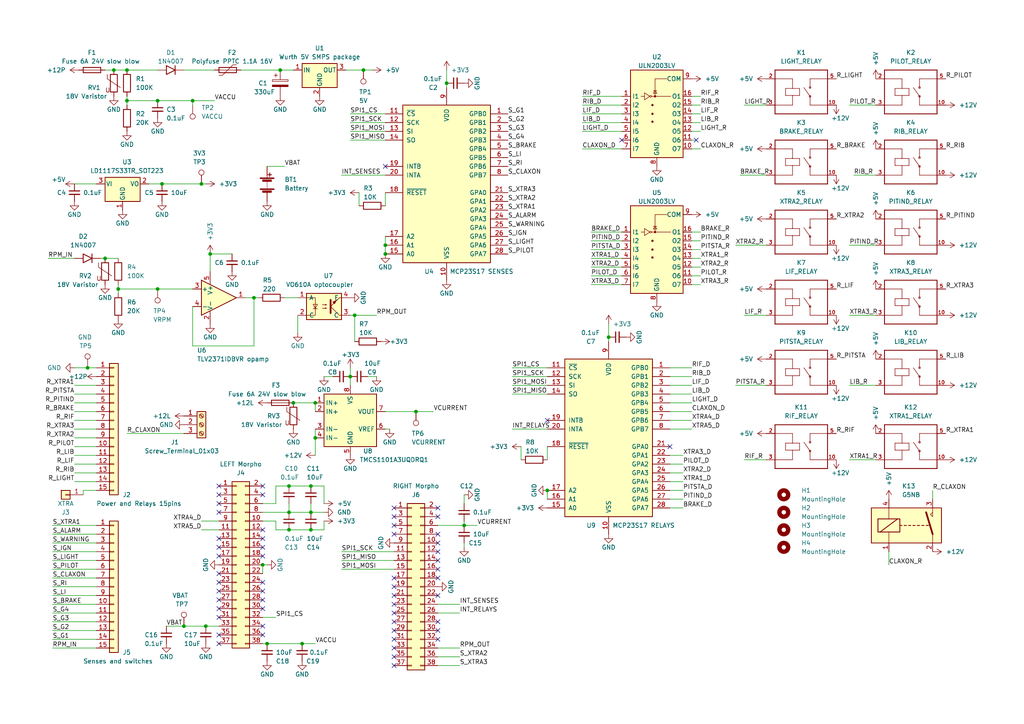
<source format=kicad_sch>
(kicad_sch (version 20211123) (generator eeschema)
  (paper "A4")
  (title_block (title "EasyRelay for EasyRider REV C") (date "2021-11-15") (rev "REV A") (company "Bas Brugman visionnaire.nl"))
  (junction (at 90.17 140.97))
  (junction (at 25.4 106.68))
  (junction (at 134.62 152.4))
  (junction (at 36.83 29.21))
  (junction (at 91.44 116.84))
  (junction (at 90.17 148.59))
  (junction (at 60.96 73.66))
  (junction (at 102.87 91.44))
  (junction (at 77.47 186.69))
  (junction (at 111.76 73.66))
  (junction (at 59.69 181.61))
  (junction (at 34.29 83.82))
  (junction (at 36.83 20.32))
  (junction (at 120.65 119.38))
  (junction (at 101.6 109.22))
  (junction (at 45.72 29.21))
  (junction (at 53.34 181.61))
  (junction (at 33.02 20.32))
  (junction (at 105.41 20.32))
  (junction (at 83.82 140.97))
  (junction (at 46.99 53.34))
  (junction (at 91.44 127))
  (junction (at 83.82 148.59))
  (junction (at 90.17 153.67))
  (junction (at 81.28 20.32))
  (junction (at 111.76 71.12))
  (junction (at 73.66 86.36))
  (junction (at 30.48 74.93))
  (junction (at 58.42 53.34))
  (junction (at 176.53 97.79))
  (junction (at 55.88 29.21))
  (junction (at 87.63 186.69))
  (junction (at 129.54 24.13))
  (junction (at 158.75 142.24))
  (junction (at 76.2 163.83))
  (junction (at 83.82 153.67))
  (junction (at 45.72 83.82))
  (junction (at 85.09 116.84))
  (no_connect (at 114.3 193.04))
  (no_connect (at 114.3 170.18))
  (no_connect (at 63.5 161.29))
  (no_connect (at 114.3 175.26))
  (no_connect (at 114.3 172.72))
  (no_connect (at 114.3 167.64))
  (no_connect (at 158.75 121.92))
  (no_connect (at 63.5 186.69))
  (no_connect (at 127 182.88))
  (no_connect (at 114.3 182.88))
  (no_connect (at 114.3 177.8))
  (no_connect (at 63.5 146.05))
  (no_connect (at 76.2 158.75))
  (no_connect (at 63.5 156.21))
  (no_connect (at 201.93 40.64))
  (no_connect (at 76.2 173.99))
  (no_connect (at 127 180.34))
  (no_connect (at 63.5 148.59))
  (no_connect (at 180.34 40.64))
  (no_connect (at 63.5 166.37))
  (no_connect (at 114.3 154.94))
  (no_connect (at 76.2 161.29))
  (no_connect (at 114.3 147.32))
  (no_connect (at 76.2 156.21))
  (no_connect (at 76.2 176.53))
  (no_connect (at 127 157.48))
  (no_connect (at 114.3 152.4))
  (no_connect (at 76.2 168.91))
  (no_connect (at 63.5 179.07))
  (no_connect (at 127 165.1))
  (no_connect (at 127 149.86))
  (no_connect (at 63.5 173.99))
  (no_connect (at 76.2 140.97))
  (no_connect (at 63.5 143.51))
  (no_connect (at 63.5 176.53))
  (no_connect (at 76.2 153.67))
  (no_connect (at 63.5 158.75))
  (no_connect (at 76.2 171.45))
  (no_connect (at 114.3 180.34))
  (no_connect (at 114.3 190.5))
  (no_connect (at 127 160.02))
  (no_connect (at 194.31 129.54))
  (no_connect (at 114.3 187.96))
  (no_connect (at 127 167.64))
  (no_connect (at 114.3 185.42))
  (no_connect (at 63.5 184.15))
  (no_connect (at 127 172.72))
  (no_connect (at 111.76 48.26))
  (no_connect (at 63.5 168.91))
  (no_connect (at 127 147.32))
  (no_connect (at 127 162.56))
  (no_connect (at 76.2 181.61))
  (no_connect (at 76.2 184.15))
  (no_connect (at 63.5 171.45))
  (no_connect (at 63.5 140.97))
  (no_connect (at 76.2 143.51))
  (no_connect (at 127 154.94))
  (no_connect (at 114.3 149.86))
  (no_connect (at 127 185.42))
  (wire (pts (xy 91.44 116.84) (xy 91.44 119.38)))
  (wire (pts (xy 203.2 30.48) (xy 200.66 30.48)))
  (wire (pts (xy 21.59 139.7) (xy 27.94 139.7)))
  (wire (pts (xy 214.63 50.8) (xy 222.25 50.8)))
  (wire (pts (xy 171.45 72.39) (xy 180.34 72.39)))
  (wire (pts (xy 215.9 91.44) (xy 222.25 91.44)))
  (wire (pts (xy 200.66 121.92) (xy 194.31 121.92)))
  (wire (pts (xy 99.06 50.8) (xy 111.76 50.8)))
  (wire (pts (xy 69.85 20.32) (xy 81.28 20.32)))
  (wire (pts (xy 59.69 181.61) (xy 63.5 181.61)))
  (wire (pts (xy 15.24 152.4) (xy 27.94 152.4)))
  (wire (pts (xy 168.91 33.02) (xy 180.34 33.02)))
  (wire (pts (xy 247.65 50.8) (xy 254 50.8)))
  (wire (pts (xy 198.12 137.16) (xy 194.31 137.16)))
  (wire (pts (xy 58.42 151.13) (xy 63.5 151.13)))
  (wire (pts (xy 198.12 147.32) (xy 194.31 147.32)))
  (wire (pts (xy 24.13 143.51) (xy 24.13 142.24)))
  (wire (pts (xy 24.13 142.24) (xy 27.94 142.24)))
  (wire (pts (xy 76.2 146.05) (xy 80.01 146.05)))
  (wire (pts (xy 203.2 77.47) (xy 200.66 77.47)))
  (wire (pts (xy 76.2 163.83) (xy 76.2 166.37)))
  (wire (pts (xy 29.21 74.93) (xy 30.48 74.93)))
  (wire (pts (xy 30.48 74.93) (xy 34.29 74.93)))
  (wire (pts (xy 87.63 186.69) (xy 91.44 186.69)))
  (wire (pts (xy 77.47 186.69) (xy 87.63 186.69)))
  (wire (pts (xy 203.2 72.39) (xy 200.66 72.39)))
  (wire (pts (xy 203.2 69.85) (xy 200.66 69.85)))
  (wire (pts (xy 60.96 73.66) (xy 60.96 78.74)))
  (wire (pts (xy 46.99 53.34) (xy 58.42 53.34)))
  (wire (pts (xy 58.42 53.34) (xy 59.69 53.34)))
  (wire (pts (xy 91.44 132.08) (xy 91.44 127)))
  (wire (pts (xy 168.91 38.1) (xy 180.34 38.1)))
  (wire (pts (xy 213.36 111.76) (xy 222.25 111.76)))
  (wire (pts (xy 176.53 97.79) (xy 176.53 99.06)))
  (wire (pts (xy 176.53 93.98) (xy 176.53 97.79)))
  (wire (pts (xy 33.02 20.32) (xy 36.83 20.32)))
  (wire (pts (xy 77.47 48.26) (xy 82.55 48.26)))
  (wire (pts (xy 73.66 86.36) (xy 73.66 100.33)))
  (wire (pts (xy 73.66 100.33) (xy 55.88 100.33)))
  (wire (pts (xy 55.88 100.33) (xy 55.88 88.9)))
  (wire (pts (xy 15.24 157.48) (xy 27.94 157.48)))
  (wire (pts (xy 34.29 82.55) (xy 34.29 83.82)))
  (wire (pts (xy 34.29 83.82) (xy 34.29 85.09)))
  (wire (pts (xy 200.66 124.46) (xy 194.31 124.46)))
  (wire (pts (xy 106.68 109.22) (xy 109.22 109.22)))
  (wire (pts (xy 36.83 20.32) (xy 45.72 20.32)))
  (wire (pts (xy 99.06 162.56) (xy 114.3 162.56)))
  (wire (pts (xy 15.24 185.42) (xy 27.94 185.42)))
  (wire (pts (xy 102.87 91.44) (xy 102.87 99.06)))
  (wire (pts (xy 200.66 114.3) (xy 194.31 114.3)))
  (wire (pts (xy 133.35 175.26) (xy 127 175.26)))
  (wire (pts (xy 21.59 124.46) (xy 27.94 124.46)))
  (wire (pts (xy 15.24 177.8) (xy 27.94 177.8)))
  (wire (pts (xy 203.2 67.31) (xy 200.66 67.31)))
  (wire (pts (xy 113.03 124.46) (xy 111.76 124.46)))
  (wire (pts (xy 148.59 114.3) (xy 158.75 114.3)))
  (wire (pts (xy 198.12 139.7) (xy 194.31 139.7)))
  (wire (pts (xy 203.2 82.55) (xy 200.66 82.55)))
  (wire (pts (xy 203.2 33.02) (xy 200.66 33.02)))
  (wire (pts (xy 81.28 20.32) (xy 85.09 20.32)))
  (wire (pts (xy 213.36 71.12) (xy 222.25 71.12)))
  (wire (pts (xy 55.88 29.21) (xy 62.23 29.21)))
  (wire (pts (xy 127 187.96) (xy 133.35 187.96)))
  (wire (pts (xy 151.13 133.35) (xy 151.13 129.54)))
  (wire (pts (xy 171.45 82.55) (xy 180.34 82.55)))
  (wire (pts (xy 77.47 163.83) (xy 76.2 163.83)))
  (wire (pts (xy 15.24 175.26) (xy 27.94 175.26)))
  (wire (pts (xy 99.06 165.1) (xy 114.3 165.1)))
  (wire (pts (xy 15.24 182.88) (xy 27.94 182.88)))
  (wire (pts (xy 200.66 111.76) (xy 194.31 111.76)))
  (wire (pts (xy 148.59 106.68) (xy 158.75 106.68)))
  (wire (pts (xy 93.98 153.67) (xy 93.98 151.13)))
  (wire (pts (xy 90.17 153.67) (xy 93.98 153.67)))
  (wire (pts (xy 21.59 116.84) (xy 27.94 116.84)))
  (wire (pts (xy 133.35 190.5) (xy 127 190.5)))
  (wire (pts (xy 15.24 160.02) (xy 27.94 160.02)))
  (wire (pts (xy 203.2 43.18) (xy 200.66 43.18)))
  (wire (pts (xy 203.2 27.94) (xy 200.66 27.94)))
  (wire (pts (xy 246.38 71.12) (xy 254 71.12)))
  (wire (pts (xy 200.66 116.84) (xy 194.31 116.84)))
  (wire (pts (xy 101.6 38.1) (xy 111.76 38.1)))
  (wire (pts (xy 21.59 53.34) (xy 27.94 53.34)))
  (wire (pts (xy 36.83 29.21) (xy 45.72 29.21)))
  (wire (pts (xy 21.59 111.76) (xy 27.94 111.76)))
  (wire (pts (xy 34.29 83.82) (xy 45.72 83.82)))
  (wire (pts (xy 45.72 83.82) (xy 55.88 83.82)))
  (wire (pts (xy 111.76 59.69) (xy 111.76 55.88)))
  (wire (pts (xy 80.01 153.67) (xy 83.82 153.67)))
  (wire (pts (xy 76.2 151.13) (xy 80.01 151.13)))
  (wire (pts (xy 80.01 151.13) (xy 80.01 153.67)))
  (wire (pts (xy 93.98 109.22) (xy 96.52 109.22)))
  (wire (pts (xy 90.17 146.05) (xy 90.17 148.59)))
  (wire (pts (xy 171.45 67.31) (xy 180.34 67.31)))
  (wire (pts (xy 168.91 35.56) (xy 180.34 35.56)))
  (wire (pts (xy 246.38 111.76) (xy 254 111.76)))
  (wire (pts (xy 76.2 186.69) (xy 77.47 186.69)))
  (wire (pts (xy 101.6 40.64) (xy 111.76 40.64)))
  (wire (pts (xy 91.44 124.46) (xy 91.44 127)))
  (wire (pts (xy 201.93 40.64) (xy 200.66 40.64)))
  (wire (pts (xy 148.59 111.76) (xy 158.75 111.76)))
  (wire (pts (xy 200.66 106.68) (xy 194.31 106.68)))
  (wire (pts (xy 21.59 121.92) (xy 27.94 121.92)))
  (wire (pts (xy 83.82 148.59) (xy 76.2 148.59)))
  (wire (pts (xy 93.98 148.59) (xy 90.17 148.59)))
  (wire (pts (xy 90.17 148.59) (xy 83.82 148.59)))
  (wire (pts (xy 168.91 30.48) (xy 180.34 30.48)))
  (wire (pts (xy 101.6 35.56) (xy 111.76 35.56)))
  (wire (pts (xy 171.45 69.85) (xy 180.34 69.85)))
  (wire (pts (xy 83.82 153.67) (xy 90.17 153.67)))
  (wire (pts (xy 133.35 193.04) (xy 127 193.04)))
  (wire (pts (xy 71.12 86.36) (xy 73.66 86.36)))
  (wire (pts (xy 73.66 86.36) (xy 74.93 86.36)))
  (wire (pts (xy 15.24 167.64) (xy 27.94 167.64)))
  (wire (pts (xy 158.75 133.35) (xy 158.75 129.54)))
  (wire (pts (xy 15.24 154.94) (xy 27.94 154.94)))
  (wire (pts (xy 45.72 29.21) (xy 55.88 29.21)))
  (wire (pts (xy 111.76 71.12) (xy 111.76 73.66)))
  (wire (pts (xy 99.06 160.02) (xy 114.3 160.02)))
  (wire (pts (xy 15.24 162.56) (xy 27.94 162.56)))
  (wire (pts (xy 21.59 132.08) (xy 27.94 132.08)))
  (wire (pts (xy 148.59 124.46) (xy 158.75 124.46)))
  (wire (pts (xy 104.14 59.69) (xy 104.14 55.88)))
  (wire (pts (xy 86.36 91.44) (xy 86.36 96.52)))
  (wire (pts (xy 80.01 146.05) (xy 80.01 140.97)))
  (wire (pts (xy 83.82 140.97) (xy 90.17 140.97)))
  (wire (pts (xy 80.01 140.97) (xy 83.82 140.97)))
  (wire (pts (xy 93.98 140.97) (xy 93.98 146.05)))
  (wire (pts (xy 203.2 38.1) (xy 200.66 38.1)))
  (wire (pts (xy 246.38 91.44) (xy 254 91.44)))
  (wire (pts (xy 203.2 74.93) (xy 200.66 74.93)))
  (wire (pts (xy 168.91 43.18) (xy 180.34 43.18)))
  (wire (pts (xy 80.01 179.07) (xy 76.2 179.07)))
  (wire (pts (xy 203.2 35.56) (xy 200.66 35.56)))
  (wire (pts (xy 171.45 80.01) (xy 180.34 80.01)))
  (wire (pts (xy 15.24 172.72) (xy 27.94 172.72)))
  (wire (pts (xy 36.83 125.73) (xy 53.34 125.73)))
  (wire (pts (xy 21.59 129.54) (xy 27.94 129.54)))
  (wire (pts (xy 67.31 73.66) (xy 60.96 73.66)))
  (wire (pts (xy 58.42 153.67) (xy 63.5 153.67)))
  (wire (pts (xy 55.88 30.48) (xy 55.88 29.21)))
  (wire (pts (xy 127 152.4) (xy 134.62 152.4)))
  (wire (pts (xy 134.62 152.4) (xy 138.43 152.4)))
  (wire (pts (xy 246.38 30.48) (xy 254 30.48)))
  (wire (pts (xy 83.82 146.05) (xy 83.82 148.59)))
  (wire (pts (xy 200.66 109.22) (xy 194.31 109.22)))
  (wire (pts (xy 111.76 68.58) (xy 111.76 71.12)))
  (wire (pts (xy 85.09 116.84) (xy 91.44 116.84)))
  (wire (pts (xy 158.75 142.24) (xy 158.75 144.78)))
  (wire (pts (xy 134.62 157.48) (xy 134.62 158.75)))
  (wire (pts (xy 134.62 151.13) (xy 134.62 152.4)))
  (wire (pts (xy 198.12 132.08) (xy 194.31 132.08)))
  (wire (pts (xy 198.12 134.62) (xy 194.31 134.62)))
  (wire (pts (xy 53.34 181.61) (xy 59.69 181.61)))
  (wire (pts (xy 48.26 181.61) (xy 53.34 181.61)))
  (wire (pts (xy 15.24 180.34) (xy 27.94 180.34)))
  (wire (pts (xy 33.02 20.32) (xy 30.48 20.32)))
  (wire (pts (xy 171.45 74.93) (xy 180.34 74.93)))
  (wire (pts (xy 21.59 134.62) (xy 27.94 134.62)))
  (wire (pts (xy 15.24 165.1) (xy 27.94 165.1)))
  (wire (pts (xy 101.6 91.44) (xy 102.87 91.44)))
  (wire (pts (xy 102.87 91.44) (xy 109.22 91.44)))
  (wire (pts (xy 246.38 133.35) (xy 254 133.35)))
  (wire (pts (xy 21.59 137.16) (xy 27.94 137.16)))
  (wire (pts (xy 21.59 114.3) (xy 27.94 114.3)))
  (wire (pts (xy 215.9 30.48) (xy 222.25 30.48)))
  (wire (pts (xy 82.55 86.36) (xy 86.36 86.36)))
  (wire (pts (xy 101.6 33.02) (xy 111.76 33.02)))
  (wire (pts (xy 125.73 119.38) (xy 120.65 119.38)))
  (wire (pts (xy 120.65 119.38) (xy 111.76 119.38)))
  (wire (pts (xy 21.59 119.38) (xy 27.94 119.38)))
  (wire (pts (xy 168.91 27.94) (xy 180.34 27.94)))
  (wire (pts (xy 257.81 163.83) (xy 257.81 160.02)))
  (wire (pts (xy 134.62 143.51) (xy 134.62 146.05)))
  (wire (pts (xy 15.24 170.18) (xy 27.94 170.18)))
  (wire (pts (xy 215.9 133.35) (xy 222.25 133.35)))
  (wire (pts (xy 198.12 142.24) (xy 194.31 142.24)))
  (wire (pts (xy 43.18 53.34) (xy 46.99 53.34)))
  (wire (pts (xy 105.41 20.32) (xy 100.33 20.32)))
  (wire (pts (xy 107.95 20.32) (xy 105.41 20.32)))
  (wire (pts (xy 200.66 119.38) (xy 194.31 119.38)))
  (wire (pts (xy 15.24 187.96) (xy 27.94 187.96)))
  (wire (pts (xy 36.83 29.21) (xy 36.83 30.48)))
  (wire (pts (xy 36.83 27.94) (xy 36.83 29.21)))
  (wire (pts (xy 21.59 106.68) (xy 25.4 106.68)))
  (wire (pts (xy 25.4 106.68) (xy 27.94 106.68)))
  (wire (pts (xy 13.97 74.93) (xy 21.59 74.93)))
  (wire (pts (xy 129.54 24.13) (xy 129.54 25.4)))
  (wire (pts (xy 129.54 20.32) (xy 129.54 24.13)))
  (wire (pts (xy 90.17 140.97) (xy 93.98 140.97)))
  (wire (pts (xy 101.6 109.22) (xy 101.6 111.76)))
  (wire (pts (xy 101.6 106.68) (xy 101.6 109.22)))
  (wire (pts (xy 133.35 177.8) (xy 127 177.8)))
  (wire (pts (xy 53.34 20.32) (xy 62.23 20.32)))
  (wire (pts (xy 171.45 77.47) (xy 180.34 77.47)))
  (wire (pts (xy 270.51 142.24) (xy 270.51 144.78)))
  (wire (pts (xy 148.59 109.22) (xy 158.75 109.22)))
  (wire (pts (xy 198.12 144.78) (xy 194.31 144.78)))
  (wire (pts (xy 203.2 80.01) (xy 200.66 80.01)))
  (wire (pts (xy 21.59 127) (xy 27.94 127)))
  (label "S_G4" (at 15.24 177.8 0))
  (label "S_XTRA2" (at 133.35 190.5 0))
  (label "R_BRAKE" (at 21.59 119.38 180))
  (label "CLAXON_D" (at 200.66 119.38 0))
  (label "SPI1_MISO" (at 101.6 40.64 0))
  (label "LIB_R" (at 203.2 35.56 0))
  (label "R_RIF" (at 21.59 121.92 180))
  (label "R_PILOT" (at 274.32 22.86 0))
  (label "LIF_D" (at 168.91 33.02 0))
  (label "PILOT_R" (at 203.2 80.01 0))
  (label "LIF_R" (at 203.2 33.02 0))
  (label "INT_SENSES" (at 99.06 50.8 0))
  (label "INT_SENSES" (at 133.35 175.26 0))
  (label "XTRA3_R" (at 246.38 91.44 0))
  (label "LIGHT_R" (at 215.9 30.48 0))
  (label "VACCU" (at 62.23 29.21 0))
  (label "SPI1_CS" (at 101.6 33.02 0))
  (label "S_XTRA2" (at 147.32 58.42 0))
  (label "S_XTRA3" (at 133.35 193.04 0))
  (label "R_CLAXON" (at 36.83 125.73 0))
  (label "R_LIB" (at 274.32 104.14 0))
  (label "PILOT_R" (at 246.38 30.48 0))
  (label "PILOT_D" (at 171.45 80.01 0))
  (label "SPI1_SCK" (at 148.59 109.22 0))
  (label "S_WARNING" (at 147.32 66.04 0))
  (label "RPM_OUT" (at 109.22 91.44 0))
  (label "S_G3" (at 15.24 180.34 0))
  (label "S_IGN" (at 15.24 160.02 0))
  (label "XTRA3_D" (at 171.45 82.55 0))
  (label "BRAKE_D" (at 198.12 147.32 0))
  (label "SPI1_CS" (at 148.59 106.68 0))
  (label "SPI1_SCK" (at 101.6 35.56 0))
  (label "RPM_IN" (at 13.97 74.93 0))
  (label "XTRA2_D" (at 198.12 137.16 0))
  (label "S_G2" (at 15.24 182.88 0))
  (label "XTRA1_D" (at 171.45 74.93 0))
  (label "XTRA4_D" (at 200.66 121.92 0))
  (label "RPM_OUT" (at 133.35 187.96 0))
  (label "S_LIGHT" (at 15.24 162.56 0))
  (label "LIGHT_D" (at 168.91 38.1 0))
  (label "SPI1_MISO" (at 148.59 114.3 0))
  (label "PITSTA_D" (at 171.45 72.39 0))
  (label "INT_RELAYS" (at 148.59 124.46 0))
  (label "BRAKE_D" (at 171.45 67.31 0))
  (label "XTRA3_D" (at 198.12 132.08 0))
  (label "PITSTA_R" (at 203.2 72.39 0))
  (label "R_XTRA2" (at 242.57 63.5 0))
  (label "S_CLAXON" (at 147.32 50.8 0))
  (label "LIGHT_D" (at 200.66 116.84 0))
  (label "PITIND_R" (at 246.38 71.12 0))
  (label "RIF_R" (at 203.2 27.94 0))
  (label "S_CLAXON" (at 15.24 167.64 0))
  (label "S_RI" (at 15.24 170.18 0))
  (label "SPI1_CS" (at 80.01 179.07 0))
  (label "S_ALARM" (at 15.24 154.94 0))
  (label "S_G3" (at 147.32 38.1 0))
  (label "RIB_D" (at 200.66 109.22 0))
  (label "R_RIB" (at 21.59 137.16 180))
  (label "SPI1_MISO" (at 99.06 162.56 0))
  (label "XTRA5_D" (at 200.66 124.46 0))
  (label "BRAKE_R" (at 203.2 67.31 0))
  (label "PITSTA_D" (at 198.12 142.24 0))
  (label "BRAKE_R" (at 214.63 50.8 0))
  (label "PITIND_D" (at 198.12 144.78 0))
  (label "R_RIF" (at 242.57 125.73 0))
  (label "CLAXON_R" (at 257.81 163.83 0))
  (label "R_PITIND" (at 21.59 116.84 180))
  (label "R_BRAKE" (at 242.57 43.18 0))
  (label "VCURRENT" (at 125.73 119.38 0))
  (label "INT_RELAYS" (at 133.35 177.8 0))
  (label "S_XTRA1" (at 15.24 152.4 0))
  (label "XTRA1_R" (at 246.38 133.35 0))
  (label "VCURRENT" (at 138.43 152.4 0))
  (label "R_XTRA3" (at 274.32 83.82 0))
  (label "XTRA3_R" (at 203.2 82.55 0))
  (label "VBAT" (at 82.55 48.26 0))
  (label "S_ALARM" (at 147.32 63.5 0))
  (label "R_PITSTA" (at 21.59 114.3 180))
  (label "XTRA2_R" (at 213.36 71.12 0))
  (label "S_XTRA3" (at 147.32 55.88 0))
  (label "R_XTRA2" (at 21.59 127 180))
  (label "SPI1_MOSI" (at 101.6 38.1 0))
  (label "RIF_R" (at 215.9 133.35 0))
  (label "R_LIF" (at 242.57 83.82 0))
  (label "R_PITIND" (at 274.32 63.5 0))
  (label "XTRA4_D" (at 58.42 151.13 180))
  (label "RIF_D" (at 168.91 27.94 0))
  (label "LIB_R" (at 246.38 111.76 0))
  (label "R_LIF" (at 21.59 134.62 180))
  (label "LIB_D" (at 168.91 35.56 0))
  (label "RIB_D" (at 168.91 30.48 0))
  (label "S_BRAKE" (at 15.24 175.26 0))
  (label "LIF_D" (at 200.66 111.76 0))
  (label "PITIND_R" (at 203.2 69.85 0))
  (label "LIB_D" (at 200.66 114.3 0))
  (label "LIGHT_R" (at 203.2 38.1 0))
  (label "SPI1_SCK" (at 99.06 160.02 0))
  (label "CLAXON_R" (at 203.2 43.18 0))
  (label "XTRA1_D" (at 198.12 139.7 0))
  (label "RPM_IN" (at 15.24 187.96 0))
  (label "S_LIGHT" (at 147.32 71.12 0))
  (label "S_LI" (at 147.32 45.72 0))
  (label "S_G1" (at 15.24 185.42 0))
  (label "S_XTRA1" (at 147.32 60.96 0))
  (label "R_XTRA1" (at 21.59 111.76 180))
  (label "XTRA2_R" (at 203.2 77.47 0))
  (label "VACCU" (at 91.44 186.69 0))
  (label "SPI1_MOSI" (at 99.06 165.1 0))
  (label "R_LIGHT" (at 21.59 139.7 180))
  (label "PILOT_D" (at 198.12 134.62 0))
  (label "R_PILOT" (at 21.59 129.54 180))
  (label "R_LIGHT" (at 242.57 22.86 0))
  (label "RIB_R" (at 203.2 30.48 0))
  (label "R_RIB" (at 274.32 43.18 0))
  (label "XTRA1_R" (at 203.2 74.93 0))
  (label "S_PILOT" (at 15.24 165.1 0))
  (label "RIB_R" (at 247.65 50.8 0))
  (label "S_G4" (at 147.32 40.64 0))
  (label "S_G2" (at 147.32 35.56 0))
  (label "R_XTRA1" (at 274.32 125.73 0))
  (label "R_CLAXON" (at 270.51 142.24 0))
  (label "S_LI" (at 15.24 172.72 0))
  (label "VBAT" (at 48.26 181.61 0))
  (label "S_PILOT" (at 147.32 73.66 0))
  (label "XTRA5_D" (at 58.42 153.67 180))
  (label "S_WARNING" (at 15.24 157.48 0))
  (label "LIF_R" (at 215.9 91.44 0))
  (label "RIF_D" (at 200.66 106.68 0))
  (label "S_RI" (at 147.32 48.26 0))
  (label "SPI1_MOSI" (at 148.59 111.76 0))
  (label "R_LIB" (at 21.59 132.08 180))
  (label "PITSTA_R" (at 213.36 111.76 0))
  (label "S_IGN" (at 147.32 68.58 0))
  (label "S_BRAKE" (at 147.32 43.18 0))
  (label "XTRA2_D" (at 171.45 77.47 0))
  (label "CLAXON_D" (at 168.91 43.18 0))
  (label "R_PITSTA" (at 242.57 104.14 0))
  (label "S_G1" (at 147.32 33.02 0))
  (label "PITIND_D" (at 171.45 69.85 0))
  (label "R_XTRA3" (at 21.59 124.46 180))
  (symbol (lib_id "stamina_symbols:R") (at 78.74 86.36 270) (unit 1)
    (property "Reference" "R5" (at 76.2 81.28 90) (effects (justify left)))
    (property "Value" "220" (at 76.2 83.82 90) (effects (justify left)))
    (property "Footprint" "stamina_footprints:R_0603_1608Metric_Pad0.98x0.95mm_HandSolder" (effects hide))
  )
  (symbol (lib_id "power:GND") (at 33.02 27.94 0) (unit 1)
    (property "Reference" "#PWR08" (effects hide))
    (property "Value" "GND" (at 33.02 31.75 0))
  )
  (symbol (lib_id "power:GND") (at 48.26 186.69 0) (unit 1)
    (property "Reference" "#PWR084" (effects hide))
    (property "Value" "GND" (at 48.26 190.5 0))
  )
  (symbol (lib_id "stamina_symbols:CRR05-1A") (at 264.16 66.04 0) (unit 1)
    (property "Reference" "K6" (at 264.16 55.88 0))
    (property "Value" "PITIND_RELAY" (at 264.16 58.42 0))
    (property "Footprint" "stamina_footprints:MEDER RELAY_CRR05-1A" (effects hide))
    (property "Datasheet" "https://nl.mouser.com/datasheet/2/262/9605180012e-1633645.pdf" (effects hide))
    (property "MANUFACTURER" "Meder Electronics" (effects hide))
    (property "STANDARD" "Manufacturer Recommendation" (effects hide))
  )
  (symbol (lib_id "power:GND") (at 85.09 124.46 0) (unit 1)
    (property "Reference" "#PWR061" (effects hide))
    (property "Value" "GND" (at 85.09 128.27 0))
  )
  (symbol (lib_id "power:+3V3") (at 129.54 20.32 0) (unit 1)
    (property "Reference" "#PWR03" (effects hide))
    (property "Value" "+3V3" (at 130.81 20.32 0) (effects (justify left)))
  )
  (symbol (lib_id "power:+5V") (at 93.98 146.05 270) (unit 1)
    (property "Reference" "#PWR073" (effects hide))
    (property "Value" "+5V" (at 97.79 146.05 90) (effects (justify left)))
  )
  (symbol (lib_id "stamina_symbols:TestPoint") (at 55.88 30.48 180) (unit 1)
    (property "Reference" "TP2" (at 58.42 31.2418 0) (effects (justify right)))
    (property "Value" "VACCU" (at 58.42 33.7818 0) (effects (justify right)))
    (property "Footprint" "stamina_footprints:PinHeader_1x01_P2.54mm_Vertical" (effects hide))
  )
  (symbol (lib_id "stamina_symbols:Conn_01x01") (at 19.05 143.51 180) (unit 1)
    (property "Reference" "J3" (at 19.05 148.59 0))
    (property "Value" "XTRA" (at 19.05 146.05 0))
    (property "Footprint" "stamina_footprints:PinHeader_1x01_P2.54mm_Vertical" (effects hide))
  )
  (symbol (lib_id "stamina_symbols:CRR05-1A") (at 264.16 45.72 0) (unit 1)
    (property "Reference" "K4" (at 264.16 35.56 0))
    (property "Value" "RIB_RELAY" (at 264.16 38.1 0))
    (property "Footprint" "stamina_footprints:MEDER RELAY_CRR05-1A" (effects hide))
    (property "Datasheet" "https://nl.mouser.com/datasheet/2/262/9605180012e-1633645.pdf" (effects hide))
    (property "MANUFACTURER" "Meder Electronics" (effects hide))
    (property "STANDARD" "Manufacturer Recommendation" (effects hide))
  )
  (symbol (lib_id "stamina_symbols:R") (at 36.83 24.13 0) (unit 1)
    (property "Reference" "R1" (at 39.37 22.86 0) (effects (justify left)))
    (property "Value" "100K" (at 39.37 25.4 0) (effects (justify left)))
    (property "Footprint" "stamina_footprints:R_0603_1608Metric_Pad0.98x0.95mm_HandSolder" (effects hide))
  )
  (symbol (lib_id "power:GND") (at 35.56 60.96 0) (unit 1)
    (property "Reference" "#PWR026" (effects hide))
    (property "Value" "GND" (at 35.56 64.77 0))
  )
  (symbol (lib_id "power:+3V3") (at 151.13 129.54 90) (unit 1)
    (property "Reference" "#PWR065" (effects hide))
    (property "Value" "+3V3" (at 147.32 129.54 90) (effects (justify left)))
  )
  (symbol (lib_id "stamina_symbols:Molex MiniLock 15pins") (at 33.02 124.46 0) (unit 1)
    (property "Reference" "J2" (at 35.56 143.51 0) (effects (justify left)))
    (property "Value" "Power and Relays 15pins" (at 27.94 146.05 0) (effects (justify left)))
    (property "Footprint" "stamina_footprints:MolexMiniLock_1Ampere_1x15_P2.50mm" (effects hide))
    (property "Datasheet" "https://www.molex.com/pdm_docs/sd/534261510_sd.pdf" (effects hide))
  )
  (symbol (lib_id "power:+12V") (at 242.57 50.8 180) (unit 1)
    (property "Reference" "#PWR018" (effects hide))
    (property "Value" "+12V" (at 246.38 54.61 0) (effects (justify left)))
  )
  (symbol (lib_id "power:GND") (at 127 170.18 90) (unit 1)
    (property "Reference" "#PWR083" (effects hide))
    (property "Value" "GND" (at 130.81 170.18 0))
  )
  (symbol (lib_id "power:GND") (at 181.61 97.79 90) (unit 1)
    (property "Reference" "#PWR047" (effects hide))
    (property "Value" "GND" (at 185.42 97.79 0))
  )
  (symbol (lib_id "stamina_symbols:R") (at 106.68 99.06 270) (unit 1)
    (property "Reference" "R7" (at 104.14 93.98 90) (effects (justify left)))
    (property "Value" "10K" (at 104.14 96.52 90) (effects (justify left)))
    (property "Footprint" "stamina_footprints:R_0603_1608Metric_Pad0.98x0.95mm_HandSolder" (effects hide))
  )
  (symbol (lib_id "stamina_symbols:CRR05-1A") (at 232.41 45.72 0) (unit 1)
    (property "Reference" "K3" (at 232.41 35.56 0))
    (property "Value" "BRAKE_RELAY" (at 232.41 38.1 0))
    (property "Footprint" "stamina_footprints:MEDER RELAY_CRR05-1A" (effects hide))
    (property "Datasheet" "https://nl.mouser.com/datasheet/2/262/9605180012e-1633645.pdf" (effects hide))
    (property "MANUFACTURER" "Meder Electronics" (effects hide))
    (property "STANDARD" "Manufacturer Recommendation" (effects hide))
  )
  (symbol (lib_id "power:+12V") (at 274.32 50.8 270) (unit 1)
    (property "Reference" "#PWR019" (effects hide))
    (property "Value" "+12V" (at 278.13 50.8 90) (effects (justify left)))
  )
  (symbol (lib_id "stamina_symbols:TestPoint") (at 45.72 83.82 180) (unit 1)
    (property "Reference" "TP4" (at 44.45 90.17 0) (effects (justify right)))
    (property "Value" "VRPM" (at 44.45 92.71 0) (effects (justify right)))
    (property "Footprint" "stamina_footprints:PinHeader_1x01_P2.54mm_Vertical" (effects hide))
  )
  (symbol (lib_id "power:GND") (at 93.98 109.22 0) (unit 1)
    (property "Reference" "#PWR054" (effects hide))
    (property "Value" "GND" (at 93.98 113.03 0))
  )
  (symbol (lib_id "power:GND") (at 45.72 34.29 0) (unit 1)
    (property "Reference" "#PWR013" (effects hide))
    (property "Value" "GND" (at 45.72 38.1 0))
  )
  (symbol (lib_id "power:+12P") (at 22.86 20.32 90) (unit 1)
    (property "Reference" "#PWR01" (effects hide))
    (property "Value" "+12P" (at 19.05 20.32 90) (effects (justify left)))
  )
  (symbol (lib_id "power:+3V3") (at 158.75 147.32 90) (unit 1)
    (property "Reference" "#PWR074" (effects hide))
    (property "Value" "+3V3" (at 154.94 147.32 90) (effects (justify left)))
  )
  (symbol (lib_id "power:+12V") (at 274.32 111.76 270) (unit 1)
    (property "Reference" "#PWR057" (effects hide))
    (property "Value" "+12V" (at 278.13 111.76 90) (effects (justify left)))
  )
  (symbol (lib_id "power:+3V3") (at 104.14 55.88 90) (unit 1)
    (property "Reference" "#PWR022" (effects hide))
    (property "Value" "+3V3" (at 100.33 55.88 90) (effects (justify left)))
  )
  (symbol (lib_id "power:+12V") (at 242.57 91.44 180) (unit 1)
    (property "Reference" "#PWR041" (effects hide))
    (property "Value" "+12V" (at 246.38 95.25 0) (effects (justify left)))
  )
  (symbol (lib_id "stamina_symbols:C_Small") (at 48.26 184.15 0) (unit 1)
    (property "Reference" "C16" (at 41.91 184.15 0) (effects (justify left)))
    (property "Value" "0.1uF" (at 41.91 186.69 0) (effects (justify left)))
    (property "Footprint" "stamina_footprints:C_0603_1608Metric_Pad1.08x0.95mm_HandSolder" (effects hide))
  )
  (symbol (lib_id "stamina_symbols:Varistor") (at 85.09 120.65 0) (unit 1)
    (property "Reference" "RV3" (at 77.47 120.65 0) (effects (justify left)))
    (property "Value" "18V Varistor" (at 69.85 123.19 0) (effects (justify left)))
    (property "Footprint" "stamina_footprints:R_0603_1608Metric_Pad0.98x0.95mm_HandSolder" (effects hide))
    (property "Datasheet" "https://product.tdk.com/system/files/dam/doc/product/protection/voltage/varistor_ctvs/data_sheet/75/db/ctvs_14/automotive_series.pdf" (effects hide))
  )
  (symbol (lib_id "power:+5V") (at 254 125.73 0) (unit 1)
    (property "Reference" "#PWR064" (effects hide))
    (property "Value" "+5V" (at 254 121.92 90) (effects (justify left)))
  )
  (symbol (lib_id "power:GND") (at 111.76 73.66 0) (unit 1)
    (property "Reference" "#PWR033" (effects hide))
    (property "Value" "GND" (at 111.76 77.47 0))
  )
  (symbol (lib_id "stamina_symbols:CRR05-1A") (at 232.41 128.27 0) (unit 1)
    (property "Reference" "K11" (at 232.41 118.11 0))
    (property "Value" "RIF_RELAY" (at 232.41 120.65 0))
    (property "Footprint" "stamina_footprints:MEDER RELAY_CRR05-1A" (effects hide))
    (property "Datasheet" "https://nl.mouser.com/datasheet/2/262/9605180012e-1633645.pdf" (effects hide))
    (property "MANUFACTURER" "Meder Electronics" (effects hide))
    (property "STANDARD" "Manufacturer Recommendation" (effects hide))
  )
  (symbol (lib_id "power:+12L") (at 77.47 116.84 90) (unit 1)
    (property "Reference" "#PWR058" (effects hide))
    (property "Value" "+12L" (at 73.66 116.84 90) (effects (justify left)))
  )
  (symbol (lib_id "stamina_symbols:R") (at 107.95 59.69 270) (unit 1)
    (property "Reference" "R3" (at 105.41 54.61 90) (effects (justify left)))
    (property "Value" "10K" (at 105.41 57.15 90) (effects (justify left)))
    (property "Footprint" "stamina_footprints:R_0603_1608Metric_Pad0.98x0.95mm_HandSolder" (effects hide))
  )
  (symbol (lib_id "stamina_symbols:TestPoint") (at 105.41 20.32 180) (unit 1)
    (property "Reference" "TP1" (at 104.14 26.67 0) (effects (justify right)))
    (property "Value" "5V" (at 104.14 29.21 0) (effects (justify right)))
    (property "Footprint" "stamina_footprints:PinHeader_1x01_P2.54mm_Vertical" (effects hide))
  )
  (symbol (lib_id "stamina_symbols:C_Small") (at 77.47 189.23 0) (unit 1)
    (property "Reference" "C18" (at 80.01 191.77 0) (effects (justify left)))
    (property "Value" "10uF" (at 80.01 189.23 0) (effects (justify left)))
    (property "Footprint" "stamina_footprints:C_0603_1608Metric_Pad1.08x0.95mm_HandSolder" (effects hide))
  )
  (symbol (lib_id "power:+12V") (at 270.51 160.02 270) (unit 1)
    (property "Reference" "#PWR080" (effects hide))
    (property "Value" "+12V" (at 274.32 160.02 90) (effects (justify left)))
  )
  (symbol (lib_id "power:GND") (at 101.6 86.36 90) (unit 1)
    (property "Reference" "#PWR039" (effects hide))
    (property "Value" "GND" (at 105.41 86.36 0))
  )
  (symbol (lib_id "power:+5V") (at 254 22.86 0) (unit 1)
    (property "Reference" "#PWR06" (effects hide))
    (property "Value" "+5V" (at 254 19.05 90) (effects (justify left)))
  )
  (symbol (lib_id "power:GND") (at 21.59 58.42 0) (unit 1)
    (property "Reference" "#PWR023" (effects hide))
    (property "Value" "GND" (at 21.59 62.23 0))
  )
  (symbol (lib_id "power:+3V3") (at 110.49 99.06 270) (unit 1)
    (property "Reference" "#PWR048" (effects hide))
    (property "Value" "+3V3" (at 113.03 99.06 90) (effects (justify left)))
  )
  (symbol (lib_id "stamina_symbols:C_Small") (at 67.31 76.2 0) (unit 1)
    (property "Reference" "C6" (at 62.23 76.2 0) (effects (justify left)))
    (property "Value" "0.1uF" (at 69.85 76.2 0) (effects (justify left)))
    (property "Footprint" "stamina_footprints:C_0603_1608Metric_Pad1.08x0.95mm_HandSolder" (effects hide))
  )
  (symbol (lib_id "stamina_symbols:Varistor") (at 33.02 24.13 0) (unit 1)
    (property "Reference" "RV1" (at 25.4 25.4 0) (effects (justify left)))
    (property "Value" "18V Varistor" (at 19.05 27.94 0) (effects (justify left)))
    (property "Footprint" "stamina_footprints:R_0603_1608Metric_Pad0.98x0.95mm_HandSolder" (effects hide))
    (property "Datasheet" "https://product.tdk.com/system/files/dam/doc/product/protection/voltage/varistor_ctvs/data_sheet/75/db/ctvs_14/automotive_series.pdf" (effects hide))
  )
  (symbol (lib_id "stamina_symbols:Morpho 2x19pin Connector") (at 119.38 170.18 0) (unit 1)
    (property "Reference" "J6" (at 120.65 143.51 0))
    (property "Value" "RIGHT Morpho" (at 120.65 140.97 0))
    (property "Footprint" "stamina_footprints:PinHeader_2x19_P2.54mm_Vertical" (effects hide))
  )
  (symbol (lib_id "stamina_symbols:MountingHole") (at 227.33 158.75 0) (unit 1)
    (property "Reference" "H4" (at 232.41 157.4799 0) (effects (justify left)))
    (property "Value" "MountingHole" (at 232.41 160.0199 0) (effects (justify left)))
    (property "Footprint" "stamina_footprints:MountingHole_3.2mm_M3" (effects hide))
  )
  (symbol (lib_id "power:GND") (at 113.03 124.46 0) (unit 1)
    (property "Reference" "#PWR062" (effects hide))
    (property "Value" "GND" (at 113.03 128.27 0))
  )
  (symbol (lib_id "power:+3V3") (at 59.69 53.34 270) (unit 1)
    (property "Reference" "#PWR021" (effects hide))
    (property "Value" "+3V3" (at 63.5 53.34 90) (effects (justify left)))
  )
  (symbol (lib_id "power:GND") (at 86.36 96.52 0) (unit 1)
    (property "Reference" "#PWR046" (effects hide))
    (property "Value" "GND" (at 86.36 100.33 0))
  )
  (symbol (lib_id "power:GND") (at 93.98 148.59 90) (unit 1)
    (property "Reference" "#PWR075" (effects hide))
    (property "Value" "GND" (at 97.79 148.59 90) (effects (justify right)))
  )
  (symbol (lib_id "stamina_symbols:R") (at 34.29 78.74 0) (unit 1)
    (property "Reference" "R4" (at 36.83 77.47 0) (effects (justify left)))
    (property "Value" "100K" (at 36.83 80.01 0) (effects (justify left)))
    (property "Footprint" "stamina_footprints:R_0603_1608Metric_Pad0.98x0.95mm_HandSolder" (effects hide))
  )
  (symbol (lib_id "power:GND") (at 63.5 163.83 270) (unit 1)
    (property "Reference" "#PWR081" (effects hide))
    (property "Value" "GND" (at 59.69 163.83 0))
  )
  (symbol (lib_id "power:+5V") (at 222.25 43.18 90) (unit 1)
    (property "Reference" "#PWR015" (effects hide))
    (property "Value" "+5V" (at 218.44 43.18 90) (effects (justify left)))
  )
  (symbol (lib_id "power:+3V3") (at 176.53 93.98 0) (unit 1)
    (property "Reference" "#PWR045" (effects hide))
    (property "Value" "+3V3" (at 177.8 93.98 0) (effects (justify left)))
  )
  (symbol (lib_id "power:GND") (at 129.54 81.28 0) (unit 1)
    (property "Reference" "#PWR035" (effects hide))
    (property "Value" "GND" (at 129.54 85.09 0))
  )
  (symbol (lib_id "power:+5V") (at 222.25 63.5 90) (unit 1)
    (property "Reference" "#PWR028" (effects hide))
    (property "Value" "+5V" (at 218.44 63.5 90) (effects (justify left)))
  )
  (symbol (lib_id "power:GND") (at 59.69 186.69 0) (unit 1)
    (property "Reference" "#PWR085" (effects hide))
    (property "Value" "GND" (at 59.69 190.5 0))
  )
  (symbol (lib_id "power:+3V3") (at 101.6 106.68 0) (unit 1)
    (property "Reference" "#PWR052" (effects hide))
    (property "Value" "+3V3" (at 99.06 102.87 0) (effects (justify left)))
  )
  (symbol (lib_id "stamina_symbols:R") (at 154.94 133.35 270) (unit 1)
    (property "Reference" "R8" (at 152.4 128.27 90) (effects (justify left)))
    (property "Value" "10K" (at 152.4 130.81 90) (effects (justify left)))
    (property "Footprint" "stamina_footprints:R_0603_1608Metric_Pad0.98x0.95mm_HandSolder" (effects hide))
  )
  (symbol (lib_id "stamina_symbols:TMCS1101A3UQDRQ1") (at 101.6 121.92 0) (unit 1)
    (property "Reference" "U8" (at 106.68 130.81 0))
    (property "Value" "TMCS1101A3UQDRQ1" (at 114.3 133.35 0))
    (property "Footprint" "stamina_footprints:SOIC-8_3.9x4.9mm_P1.27mm" (effects hide))
    (property "Datasheet" "https://www.ti.com/lit/ds/symlink/tmcs1100-q1.pdf" (effects hide))
  )
  (symbol (lib_id "stamina_symbols:TestPoint") (at 120.65 119.38 180) (unit 1)
    (property "Reference" "TP6" (at 119.38 125.73 0) (effects (justify right)))
    (property "Value" "VCURRENT" (at 119.38 128.27 0) (effects (justify right)))
    (property "Footprint" "stamina_footprints:PinHeader_1x01_P2.54mm_Vertical" (effects hide))
  )
  (symbol (lib_id "stamina_symbols:Fuse 6A 24V slow blow") (at 26.67 20.32 90) (unit 1)
    (property "Reference" "F1" (at 26.67 15.24 90))
    (property "Value" "Fuse 6A 24V slow blow" (at 29.21 17.78 90))
    (property "Footprint" "stamina_footprints:Fuse_1206_3216Metric" (effects hide))
    (property "Datasheet" "https://nl.mouser.com/datasheet/2/240/Littelfuse_Fuse_469_Datasheet.pdf-1372400.pdf" (effects hide))
  )
  (symbol (lib_id "power:+12V") (at 274.32 91.44 270) (unit 1)
    (property "Reference" "#PWR042" (effects hide))
    (property "Value" "+12V" (at 278.13 91.44 90) (effects (justify left)))
  )
  (symbol (lib_id "stamina_symbols:C_Small") (at 104.14 109.22 90) (unit 1)
    (property "Reference" "C9" (at 109.22 107.95 90) (effects (justify left)))
    (property "Value" "10uF" (at 110.49 105.41 90) (effects (justify left)))
    (property "Footprint" "stamina_footprints:C_0603_1608Metric_Pad1.08x0.95mm_HandSolder" (effects hide))
  )
  (symbol (lib_id "power:GND") (at 87.63 191.77 0) (unit 1)
    (property "Reference" "#PWR087" (effects hide))
    (property "Value" "GND" (at 87.63 195.58 0))
  )
  (symbol (lib_id "stamina_symbols:MountingHole") (at 227.33 143.51 0) (unit 1)
    (property "Reference" "H1" (at 232.41 142.2399 0) (effects (justify left)))
    (property "Value" "MountingHole" (at 232.41 144.7799 0) (effects (justify left)))
    (property "Footprint" "stamina_footprints:MountingHole_3.2mm_M3" (effects hide))
  )
  (symbol (lib_id "stamina_symbols:C_Small") (at 99.06 109.22 90) (unit 1)
    (property "Reference" "C8" (at 97.79 107.95 90) (effects (justify left)))
    (property "Value" "0.1uF" (at 99.06 105.41 90) (effects (justify left)))
    (property "Footprint" "stamina_footprints:C_0603_1608Metric_Pad1.08x0.95mm_HandSolder" (effects hide))
  )
  (symbol (lib_id "power:GND") (at 46.99 58.42 0) (unit 1)
    (property "Reference" "#PWR024" (effects hide))
    (property "Value" "GND" (at 46.99 62.23 0))
  )
  (symbol (lib_id "power:+12V") (at 242.57 30.48 180) (unit 1)
    (property "Reference" "#PWR011" (effects hide))
    (property "Value" "+12V" (at 246.38 34.29 0) (effects (justify left)))
  )
  (symbol (lib_id "power:GND") (at 134.62 158.75 0) (unit 1)
    (property "Reference" "#PWR079" (effects hide))
    (property "Value" "GND" (at 134.62 162.56 0))
  )
  (symbol (lib_id "stamina_symbols:TestPoint") (at 25.4 106.68 0) (unit 1)
    (property "Reference" "TP5" (at 26.67 100.33 0) (effects (justify right)))
    (property "Value" "GND" (at 26.67 97.79 0) (effects (justify right)))
    (property "Footprint" "stamina_footprints:PinHeader_1x01_P2.54mm_Vertical" (effects hide))
  )
  (symbol (lib_id "stamina_symbols:C_Small") (at 83.82 151.13 0) (unit 1)
    (property "Reference" "C13" (at 82.55 158.75 0) (effects (justify left)))
    (property "Value" "0.1uF" (at 82.55 156.21 0) (effects (justify left)))
    (property "Footprint" "stamina_footprints:C_0603_1608Metric_Pad1.08x0.95mm_HandSolder" (effects hide))
  )
  (symbol (lib_id "power:GND") (at 77.47 163.83 90) (unit 1)
    (property "Reference" "#PWR082" (effects hide))
    (property "Value" "GND" (at 81.28 163.83 0))
  )
  (symbol (lib_id "power:+12V") (at 242.57 111.76 180) (unit 1)
    (property "Reference" "#PWR056" (effects hide))
    (property "Value" "+12V" (at 246.38 115.57 0) (effects (justify left)))
  )
  (symbol (lib_id "power:GND") (at 60.96 93.98 0) (unit 1)
    (property "Reference" "#PWR044" (effects hide))
    (property "Value" "GND" (at 60.96 97.79 0))
  )
  (symbol (lib_id "stamina_symbols:TLV2371IDBVR opamp") (at 63.5 86.36 0) (unit 1)
    (property "Reference" "U6" (at 57.15 101.6 0) (effects (justify left)))
    (property "Value" "TLV2371IDBVR opamp" (at 57.15 104.14 0) (effects (justify left)))
    (property "Footprint" "stamina_footprints:SOT-23-5_HandSoldering" (effects hide))
    (property "Datasheet" "https://www.ti.com/lit/ds/symlink/tlv2371.pdf" (effects hide))
  )
  (symbol (lib_id "stamina_symbols:C_Small") (at 45.72 31.75 0) (unit 1)
    (property "Reference" "C3" (at 48.26 31.75 0) (effects (justify left)))
    (property "Value" "0.1uF" (at 48.26 34.29 0) (effects (justify left)))
    (property "Footprint" "stamina_footprints:C_0603_1608Metric_Pad1.08x0.95mm_HandSolder" (effects hide))
  )
  (symbol (lib_id "stamina_symbols:C_Small") (at 83.82 143.51 0) (unit 1)
    (property "Reference" "C10" (at 82.55 135.89 0) (effects (justify left)))
    (property "Value" "0.1uF" (at 81.28 138.43 0) (effects (justify left)))
    (property "Footprint" "stamina_footprints:C_0603_1608Metric_Pad1.08x0.95mm_HandSolder" (effects hide))
  )
  (symbol (lib_id "stamina_symbols:1N4007") (at 25.4 74.93 0) (unit 1)
    (property "Reference" "D2" (at 24.13 68.58 0))
    (property "Value" "1N4007" (at 24.13 71.12 0))
    (property "Footprint" "stamina_footprints:D_DO-15_P12.70mm_Horizontal" (effects hide))
    (property "Datasheet" "http://www.vishay.com/docs/88503/1n4001.pdf" (effects hide))
  )
  (symbol (lib_id "power:+5V") (at 254 83.82 0) (unit 1)
    (property "Reference" "#PWR038" (effects hide))
    (property "Value" "+5V" (at 254 80.01 90) (effects (justify left)))
  )
  (symbol (lib_id "power:+5V") (at 222.25 104.14 90) (unit 1)
    (property "Reference" "#PWR049" (effects hide))
    (property "Value" "+5V" (at 218.44 104.14 90) (effects (justify left)))
  )
  (symbol (lib_id "power:+12V") (at 91.44 132.08 90) (unit 1)
    (property "Reference" "#PWR066" (effects hide))
    (property "Value" "+12V" (at 87.63 132.08 90) (effects (justify left)))
  )
  (symbol (lib_id "power:GND") (at 176.53 154.94 0) (unit 1)
    (property "Reference" "#PWR077" (effects hide))
    (property "Value" "GND" (at 176.53 158.75 0))
  )
  (symbol (lib_id "power:GND") (at 134.62 143.51 90) (unit 1)
    (property "Reference" "#PWR071" (effects hide))
    (property "Value" "GND" (at 138.43 143.51 0))
  )
  (symbol (lib_id "stamina_symbols:Wurth 5V SMPS package") (at 92.71 20.32 0) (unit 1)
    (property "Reference" "U1" (at 92.71 13.97 0))
    (property "Value" "Wurth 5V SMPS package" (at 92.71 16.51 0))
    (property "Footprint" "stamina_footprints:WURTH-3PIN_FSDM_PACKAGE_TO-220-3_compatible" (effects hide))
    (property "Datasheet" "https://nl.mouser.com/datasheet/2/445/173010542-1715890.pdf" (effects hide))
  )
  (symbol (lib_id "power:+5V") (at 200.66 62.23 270) (unit 1)
    (property "Reference" "#PWR027" (effects hide))
    (property "Value" "+5V" (at 204.47 62.23 90) (effects (justify left)))
  )
  (symbol (lib_id "power:+5V") (at 254 43.18 0) (unit 1)
    (property "Reference" "#PWR016" (effects hide))
    (property "Value" "+5V" (at 254 39.37 90) (effects (justify left)))
  )
  (symbol (lib_id "power:GND") (at 114.3 157.48 270) (unit 1)
    (property "Reference" "#PWR078" (effects hide))
    (property "Value" "GND" (at 110.49 157.48 0))
  )
  (symbol (lib_id "stamina_symbols:VO610A optocoupler") (at 93.98 88.9 0) (unit 1)
    (property "Reference" "U7" (at 95.25 80.01 0))
    (property "Value" "VO610A optocoupler" (at 92.71 82.55 0))
    (property "Footprint" "stamina_footprints:SMDIP-4_W9.53mm" (effects hide))
    (property "Datasheet" "https://nl.mouser.com/datasheet/2/427/VISH_S_A0003099439_1-2568604.pdf" (effects hide))
  )
  (symbol (lib_id "power:+12V") (at 274.32 30.48 270) (unit 1)
    (property "Reference" "#PWR012" (effects hide))
    (property "Value" "+12V" (at 278.13 30.48 90) (effects (justify left)))
  )
  (symbol (lib_id "power:GND") (at 77.47 191.77 0) (unit 1)
    (property "Reference" "#PWR086" (effects hide))
    (property "Value" "GND" (at 77.47 195.58 0))
  )
  (symbol (lib_id "power:+5V") (at 107.95 20.32 270) (unit 1)
    (property "Reference" "#PWR02" (effects hide))
    (property "Value" "+5V" (at 111.76 20.32 90) (effects (justify left)))
  )
  (symbol (lib_id "stamina_symbols:CRR05-1A") (at 264.16 25.4 0) (unit 1)
    (property "Reference" "K2" (at 264.16 15.24 0))
    (property "Value" "PILOT_RELAY" (at 264.16 17.78 0))
    (property "Footprint" "stamina_footprints:MEDER RELAY_CRR05-1A" (effects hide))
    (property "Datasheet" "https://nl.mouser.com/datasheet/2/262/9605180012e-1633645.pdf" (effects hide))
    (property "MANUFACTURER" "Meder Electronics" (effects hide))
    (property "STANDARD" "Manufacturer Recommendation" (effects hide))
  )
  (symbol (lib_id "stamina_symbols:MountingHole") (at 227.33 148.59 0) (unit 1)
    (property "Reference" "H2" (at 232.41 147.3199 0) (effects (justify left)))
    (property "Value" "MountingHole" (at 232.41 149.8599 0) (effects (justify left)))
    (property "Footprint" "stamina_footprints:MountingHole_3.2mm_M3" (effects hide))
  )
  (symbol (lib_id "stamina_symbols:C_Small") (at 46.99 55.88 0) (unit 1)
    (property "Reference" "C5" (at 41.91 55.88 0) (effects (justify left)))
    (property "Value" "10uF" (at 49.53 55.88 0) (effects (justify left)))
    (property "Footprint" "stamina_footprints:C_0603_1608Metric_Pad1.08x0.95mm_HandSolder" (effects hide))
  )
  (symbol (lib_id "power:+5V") (at 254 63.5 0) (unit 1)
    (property "Reference" "#PWR029" (effects hide))
    (property "Value" "+5V" (at 254 59.69 90) (effects (justify left)))
  )
  (symbol (lib_id "stamina_symbols:Morpho 2x19pin Connector") (at 68.58 163.83 0) (unit 1)
    (property "Reference" "J4" (at 69.85 137.16 0))
    (property "Value" "LEFT Morpho" (at 69.85 134.62 0))
    (property "Footprint" "stamina_footprints:PinHeader_2x19_P2.54mm_Vertical" (effects hide))
  )
  (symbol (lib_id "stamina_symbols:CRR05-1A") (at 232.41 25.4 0) (unit 1)
    (property "Reference" "K1" (at 232.41 15.24 0))
    (property "Value" "LIGHT_RELAY" (at 232.41 17.78 0))
    (property "Footprint" "stamina_footprints:MEDER RELAY_CRR05-1A" (effects hide))
    (property "Datasheet" "https://nl.mouser.com/datasheet/2/262/9605180012e-1633645.pdf" (effects hide))
    (property "MANUFACTURER" "Meder Electronics" (effects hide))
    (property "STANDARD" "Manufacturer Recommendation" (effects hide))
  )
  (symbol (lib_id "stamina_symbols:Screw_Terminal_01x03") (at 58.42 123.19 0) (unit 1)
    (property "Reference" "J1" (at 49.53 128.27 0) (effects (justify left)))
    (property "Value" "Screw_Terminal_01x03" (at 41.91 130.81 0) (effects (justify left)))
    (property "Footprint" "stamina_footprints:ScrewTerminalBlock_3_P5.08mm" (effects hide))
  )
  (symbol (lib_id "stamina_symbols:G5NB") (at 262.89 152.4 0) (unit 1)
    (property "Reference" "K13" (at 261.62 140.97 0) (effects (justify left)))
    (property "Value" "G5NB" (at 261.62 143.51 0) (effects (justify left)))
    (property "Footprint" "stamina_footprints:Relay_SPST_Omron-G5NB-1A 5V coil, 12V switch 3Ampere" (effects hide))
    (property "Datasheet" "https://nl.mouser.com/datasheet/2/307/en_g5nb-1112517.pdf" (effects hide))
  )
  (symbol (lib_id "stamina_symbols:C_Small") (at 132.08 24.13 90) (unit 1)
    (property "Reference" "C2" (at 127 25.4 90) (effects (justify left)))
    (property "Value" "0.1uF" (at 128.27 22.86 90) (effects (justify left)))
    (property "Footprint" "stamina_footprints:C_0603_1608Metric_Pad1.08x0.95mm_HandSolder" (effects hide))
  )
  (symbol (lib_id "stamina_symbols:1N4007") (at 49.53 20.32 0) (unit 1)
    (property "Reference" "D1" (at 49.53 15.24 0))
    (property "Value" "1N4007" (at 49.53 17.78 0))
    (property "Footprint" "stamina_footprints:D_DO-15_P12.70mm_Horizontal" (effects hide))
    (property "Datasheet" "http://www.vishay.com/docs/88503/1n4001.pdf" (effects hide))
  )
  (symbol (lib_id "power:+12V") (at 274.32 71.12 270) (unit 1)
    (property "Reference" "#PWR031" (effects hide))
    (property "Value" "+12V" (at 278.13 71.12 90) (effects (justify left)))
  )
  (symbol (lib_id "stamina_symbols:CRR05-1A") (at 264.16 106.68 0) (unit 1)
    (property "Reference" "K10" (at 264.16 96.52 0))
    (property "Value" "LIB_RELAY" (at 264.16 99.06 0))
    (property "Footprint" "stamina_footprints:MEDER RELAY_CRR05-1A" (effects hide))
    (property "Datasheet" "https://nl.mouser.com/datasheet/2/262/9605180012e-1633645.pdf" (effects hide))
    (property "MANUFACTURER" "Meder Electronics" (effects hide))
    (property "STANDARD" "Manufacturer Recommendation" (effects hide))
  )
  (symbol (lib_id "stamina_symbols:C_Small") (at 59.69 184.15 0) (unit 1)
    (property "Reference" "C17" (at 53.34 184.15 0) (effects (justify left)))
    (property "Value" "10uF" (at 53.34 186.69 0) (effects (justify left)))
    (property "Footprint" "stamina_footprints:C_0603_1608Metric_Pad1.08x0.95mm_HandSolder" (effects hide))
  )
  (symbol (lib_id "power:GND") (at 109.22 109.22 0) (unit 1)
    (property "Reference" "#PWR055" (effects hide))
    (property "Value" "GND" (at 109.22 113.03 0))
  )
  (symbol (lib_id "stamina_symbols:CRR05-1A") (at 232.41 86.36 0) (unit 1)
    (property "Reference" "K7" (at 232.41 76.2 0))
    (property "Value" "LIF_RELAY" (at 232.41 78.74 0))
    (property "Footprint" "stamina_footprints:MEDER RELAY_CRR05-1A" (effects hide))
    (property "Datasheet" "https://nl.mouser.com/datasheet/2/262/9605180012e-1633645.pdf" (effects hide))
    (property "MANUFACTURER" "Meder Electronics" (effects hide))
    (property "STANDARD" "Manufacturer Recommendation" (effects hide))
  )
  (symbol (lib_id "power:GND") (at 101.6 132.08 0) (unit 1)
    (property "Reference" "#PWR067" (effects hide))
    (property "Value" "GND" (at 101.6 135.89 0))
  )
  (symbol (lib_id "stamina_symbols:Varistor") (at 30.48 78.74 0) (unit 1)
    (property "Reference" "RV2" (at 22.86 80.01 0) (effects (justify left)))
    (property "Value" "18V Varistor" (at 16.51 82.55 0) (effects (justify left)))
    (property "Footprint" "stamina_footprints:R_0603_1608Metric_Pad0.98x0.95mm_HandSolder" (effects hide))
    (property "Datasheet" "https://product.tdk.com/system/files/dam/doc/product/protection/voltage/varistor_ctvs/data_sheet/75/db/ctvs_14/automotive_series.pdf" (effects hide))
  )
  (symbol (lib_id "stamina_symbols:CRR05-1A") (at 264.16 86.36 0) (unit 1)
    (property "Reference" "K8" (at 264.16 76.2 0))
    (property "Value" "XTRA3_RELAY" (at 264.16 78.74 0))
    (property "Footprint" "stamina_footprints:MEDER RELAY_CRR05-1A" (effects hide))
    (property "Datasheet" "https://nl.mouser.com/datasheet/2/262/9605180012e-1633645.pdf" (effects hide))
    (property "MANUFACTURER" "Meder Electronics" (effects hide))
    (property "STANDARD" "Manufacturer Recommendation" (effects hide))
  )
  (symbol (lib_id "stamina_symbols:C_Small") (at 134.62 148.59 0) (unit 1)
    (property "Reference" "C12" (at 133.35 140.97 0) (effects (justify left)))
    (property "Value" "0.1uF" (at 137.16 148.59 0) (effects (justify left)))
    (property "Footprint" "stamina_footprints:C_0603_1608Metric_Pad1.08x0.95mm_HandSolder" (effects hide))
  )
  (symbol (lib_id "stamina_symbols:R") (at 36.83 34.29 0) (unit 1)
    (property "Reference" "R2" (at 39.37 33.02 0) (effects (justify left)))
    (property "Value" "20K" (at 39.37 35.56 0) (effects (justify left)))
    (property "Footprint" "stamina_footprints:R_0603_1608Metric_Pad0.98x0.95mm_HandSolder" (effects hide))
  )
  (symbol (lib_id "power:+12P") (at 27.94 109.22 90) (unit 1)
    (property "Reference" "#PWR053" (effects hide))
    (property "Value" "+12P" (at 25.4 109.22 90) (effects (justify left)))
  )
  (symbol (lib_id "stamina_symbols:C_Small") (at 90.17 143.51 0) (unit 1)
    (property "Reference" "C11" (at 88.9 135.89 0) (effects (justify left)))
    (property "Value" "10uF" (at 88.9 138.43 0) (effects (justify left)))
    (property "Footprint" "stamina_footprints:C_0603_1608Metric_Pad1.08x0.95mm_HandSolder" (effects hide))
  )
  (symbol (lib_id "power:+5V") (at 254 104.14 0) (unit 1)
    (property "Reference" "#PWR050" (effects hide))
    (property "Value" "+5V" (at 254 100.33 90) (effects (justify left)))
  )
  (symbol (lib_id "power:GND") (at 34.29 92.71 0) (unit 1)
    (property "Reference" "#PWR043" (effects hide))
    (property "Value" "GND" (at 34.29 96.52 0))
  )
  (symbol (lib_id "power:GND") (at 77.47 58.42 0) (unit 1)
    (property "Reference" "#PWR025" (effects hide))
    (property "Value" "GND" (at 77.47 62.23 0))
  )
  (symbol (lib_id "power:GND") (at 81.28 27.94 0) (unit 1)
    (property "Reference" "#PWR09" (effects hide))
    (property "Value" "GND" (at 81.28 31.75 0))
  )
  (symbol (lib_name "MCP23S17_1") (lib_id "stamina_symbols:MCP23S17") (at 176.53 127 0) (unit 1)
    (property "Reference" "U9" (at 171.45 152.4 0))
    (property "Value" "MCP23S17 RELAYS" (at 186.69 152.4 0))
    (property "Footprint" "stamina_footprints:SSOP-28_5.3x10.2mm_P0.65mm" (effects hide))
    (property "Datasheet" "http://ww1.microchip.com/downloads/en/DeviceDoc/20001952C.pdf" (effects hide))
  )
  (symbol (lib_id "stamina_symbols:CRR05-1A") (at 232.41 106.68 0) (unit 1)
    (property "Reference" "K9" (at 232.41 96.52 0))
    (property "Value" "PITSTA_RELAY" (at 232.41 99.06 0))
    (property "Footprint" "stamina_footprints:MEDER RELAY_CRR05-1A" (effects hide))
    (property "Datasheet" "https://nl.mouser.com/datasheet/2/262/9605180012e-1633645.pdf" (effects hide))
    (property "MANUFACTURER" "Meder Electronics" (effects hide))
    (property "STANDARD" "Manufacturer Recommendation" (effects hide))
  )
  (symbol (lib_id "power:GND") (at 53.34 123.19 270) (unit 1)
    (property "Reference" "#PWR060" (effects hide))
    (property "Value" "GND" (at 48.26 123.19 90))
  )
  (symbol (lib_id "stamina_symbols:C_Small") (at 179.07 97.79 90) (unit 1)
    (property "Reference" "C7" (at 172.72 99.06 90) (effects (justify left)))
    (property "Value" "0.1uF" (at 173.99 96.52 90) (effects (justify left)))
    (property "Footprint" "stamina_footprints:C_0603_1608Metric_Pad1.08x0.95mm_HandSolder" (effects hide))
  )
  (symbol (lib_id "stamina_symbols:Battery") (at 77.47 53.34 0) (unit 1)
    (property "Reference" "BT1" (at 82.55 52.0699 0) (effects (justify left)))
    (property "Value" "Battery" (at 82.55 54.6099 0) (effects (justify left)))
    (property "Footprint" "stamina_footprints:BatteryHolder_Renata SMTU1225-LF" (effects hide))
  )
  (symbol (lib_id "stamina_symbols:TestPoint") (at 53.34 181.61 0) (unit 1)
    (property "Reference" "TP7" (at 54.61 175.26 0) (effects (justify right)))
    (property "Value" "VBAT" (at 54.61 172.72 0) (effects (justify right)))
    (property "Footprint" "stamina_footprints:PinHeader_1x01_P2.54mm_Vertical" (effects hide))
  )
  (symbol (lib_id "stamina_symbols:R") (at 34.29 88.9 0) (unit 1)
    (property "Reference" "R6" (at 36.83 87.63 0) (effects (justify left)))
    (property "Value" "20K" (at 36.83 90.17 0) (effects (justify left)))
    (property "Footprint" "stamina_footprints:R_0603_1608Metric_Pad0.98x0.95mm_HandSolder" (effects hide))
  )
  (symbol (lib_id "stamina_symbols:C_Small") (at 21.59 55.88 0) (unit 1)
    (property "Reference" "C4" (at 16.51 55.88 0) (effects (justify left)))
    (property "Value" "0.1uF" (at 24.13 55.88 0) (effects (justify left)))
    (property "Footprint" "stamina_footprints:C_0603_1608Metric_Pad1.08x0.95mm_HandSolder" (effects hide))
  )
  (symbol (lib_id "power:+5V") (at 222.25 22.86 90) (unit 1)
    (property "Reference" "#PWR05" (effects hide))
    (property "Value" "+5V" (at 218.44 22.86 90) (effects (justify left)))
  )
  (symbol (lib_id "power:GND") (at 190.5 87.63 0) (unit 1)
    (property "Reference" "#PWR040" (effects hide))
    (property "Value" "GND" (at 190.5 91.44 0))
  )
  (symbol (lib_id "power:+12V") (at 274.32 133.35 270) (unit 1)
    (property "Reference" "#PWR069" (effects hide))
    (property "Value" "+12V" (at 278.13 133.35 90) (effects (justify left)))
  )
  (symbol (lib_id "power:GND") (at 67.31 78.74 0) (unit 1)
    (property "Reference" "#PWR034" (effects hide))
    (property "Value" "GND" (at 67.31 82.55 0))
  )
  (symbol (lib_id "power:+5V") (at 222.25 125.73 90) (unit 1)
    (property "Reference" "#PWR063" (effects hide))
    (property "Value" "+5V" (at 218.44 125.73 90) (effects (justify left)))
  )
  (symbol (lib_id "stamina_symbols:LD1117S33TR_SOT223") (at 35.56 53.34 0) (unit 1)
    (property "Reference" "U3" (at 36.83 46.99 0))
    (property "Value" "LD1117S33TR_SOT223" (at 36.83 49.53 0))
    (property "Footprint" "stamina_footprints:SOT-223-3_TabPin2" (effects hide))
    (property "Datasheet" "http://www.st.com/st-web-ui/static/active/en/resource/technical/document/datasheet/CD00000544.pdf" (effects hide))
  )
  (symbol (lib_id "power:+5V") (at 200.66 22.86 270) (unit 1)
    (property "Reference" "#PWR04" (effects hide))
    (property "Value" "+5V" (at 204.47 22.86 90) (effects (justify left)))
  )
  (symbol (lib_id "power:+3V3") (at 93.98 151.13 270) (unit 1)
    (property "Reference" "#PWR076" (effects hide))
    (property "Value" "+3V3" (at 97.79 151.13 90) (effects (justify left)))
  )
  (symbol (lib_id "power:+5V") (at 21.59 53.34 90) (unit 1)
    (property "Reference" "#PWR020" (effects hide))
    (property "Value" "+5V" (at 19.05 52.07 90) (effects (justify left)))
  )
  (symbol (lib_id "power:GND") (at 190.5 48.26 0) (unit 1)
    (property "Reference" "#PWR017" (effects hide))
    (property "Value" "GND" (at 190.5 52.07 0))
  )
  (symbol (lib_id "stamina_symbols:ULN2003LV") (at 190.5 33.02 0) (unit 1)
    (property "Reference" "U2" (at 190.5 16.51 0))
    (property "Value" "ULN2003LV" (at 190.5 19.05 0))
    (property "Footprint" "stamina_footprints:TSSOP16_ULN2003LV" (effects hide))
    (property "Datasheet" "https://www.ti.com/lit/ds/symlink/uln2003lv.pdf" (effects hide))
  )
  (symbol (lib_id "power:GND") (at 21.59 106.68 270) (unit 1)
    (property "Reference" "#PWR051" (effects hide))
    (property "Value" "GND" (at 17.78 106.68 90) (effects (justify right)))
  )
  (symbol (lib_id "stamina_symbols:TestPoint") (at 58.42 53.34 0) (unit 1)
    (property "Reference" "TP3" (at 59.69 46.99 0) (effects (justify right)))
    (property "Value" "3V3" (at 59.69 44.45 0) (effects (justify right)))
    (property "Footprint" "stamina_footprints:PinHeader_1x01_P2.54mm_Vertical" (effects hide))
  )
  (symbol (lib_id "power:+12L") (at 53.34 120.65 90) (unit 1)
    (property "Reference" "#PWR059" (effects hide))
    (property "Value" "+12L" (at 49.53 120.65 90) (effects (justify left)))
  )
  (symbol (lib_id "power:+12V") (at 242.57 133.35 180) (unit 1)
    (property "Reference" "#PWR068" (effects hide))
    (property "Value" "+12V" (at 246.38 137.16 0) (effects (justify left)))
  )
  (symbol (lib_id "stamina_symbols:MountingHole") (at 227.33 153.67 0) (unit 1)
    (property "Reference" "H3" (at 232.41 152.3999 0) (effects (justify left)))
    (property "Value" "MountingHole" (at 232.41 154.9399 0) (effects (justify left)))
    (property "Footprint" "stamina_footprints:MountingHole_3.2mm_M3" (effects hide))
  )
  (symbol (lib_id "stamina_symbols:ULN2003LV") (at 190.5 72.39 0) (unit 1)
    (property "Reference" "U5" (at 190.5 55.88 0))
    (property "Value" "ULN2003LV" (at 190.5 58.42 0))
    (property "Footprint" "stamina_footprints:TSSOP16_ULN2003LV" (effects hide))
    (property "Datasheet" "https://www.ti.com/lit/ds/symlink/uln2003lv.pdf" (effects hide))
  )
  (symbol (lib_id "stamina_symbols:CRR05-1A") (at 232.41 66.04 0) (unit 1)
    (property "Reference" "K5" (at 232.41 55.88 0))
    (property "Value" "XTRA2_RELAY" (at 232.41 58.42 0))
    (property "Footprint" "stamina_footprints:MEDER RELAY_CRR05-1A" (effects hide))
    (property "Datasheet" "https://nl.mouser.com/datasheet/2/262/9605180012e-1633645.pdf" (effects hide))
    (property "MANUFACTURER" "Meder Electronics" (effects hide))
    (property "STANDARD" "Manufacturer Recommendation" (effects hide))
  )
  (symbol (lib_id "stamina_symbols:CRR05-1A") (at 264.16 128.27 0) (unit 1)
    (property "Reference" "K12" (at 264.16 118.11 0))
    (property "Value" "XTRA1_RELAY" (at 264.16 120.65 0))
    (property "Footprint" "stamina_footprints:MEDER RELAY_CRR05-1A" (effects hide))
    (property "Datasheet" "https://nl.mouser.com/datasheet/2/262/9605180012e-1633645.pdf" (effects hide))
    (property "MANUFACTURER" "Meder Electronics" (effects hide))
    (property "STANDARD" "Manufacturer Recommendation" (effects hide))
  )
  (symbol (lib_id "power:+5V") (at 257.81 144.78 0) (unit 1)
    (property "Reference" "#PWR072" (effects hide))
    (property "Value" "+5V" (at 257.81 140.97 90) (effects (justify left)))
  )
  (symbol (lib_id "power:GND") (at 134.62 24.13 90) (unit 1)
    (property "Reference" "#PWR07" (effects hide))
    (property "Value" "GND" (at 138.43 24.13 0))
  )
  (symbol (lib_id "power:GND") (at 92.71 27.94 0) (unit 1)
    (property "Reference" "#PWR010" (effects hide))
    (property "Value" "GND" (at 92.71 31.75 0))
  )
  (symbol (lib_id "power:+5V") (at 222.25 83.82 90) (unit 1)
    (property "Reference" "#PWR037" (effects hide))
    (property "Value" "+5V" (at 218.44 83.82 90) (effects (justify left)))
  )
  (symbol (lib_id "power:+12V") (at 242.57 71.12 180) (unit 1)
    (property "Reference" "#PWR030" (effects hide))
    (property "Value" "+12V" (at 246.38 74.93 0) (effects (justify left)))
  )
  (symbol (lib_id "stamina_symbols:C_Small") (at 87.63 189.23 180) (unit 1)
    (property "Reference" "C19" (at 92.71 191.77 0) (effects (justify left)))
    (property "Value" "0.1uF" (at 95.25 189.23 0) (effects (justify left)))
    (property "Footprint" "stamina_footprints:C_0603_1608Metric_Pad1.08x0.95mm_HandSolder" (effects hide))
  )
  (symbol (lib_id "stamina_symbols:MCP23S17") (at 129.54 53.34 0) (unit 1)
    (property "Reference" "U4" (at 124.46 78.74 0))
    (property "Value" "MCP23S17 SENSES" (at 139.7 78.74 0))
    (property "Footprint" "stamina_footprints:SSOP-28_5.3x10.2mm_P0.65mm" (effects hide))
    (property "Datasheet" "http://ww1.microchip.com/downloads/en/DeviceDoc/20001952C.pdf" (effects hide))
  )
  (symbol (lib_id "stamina_symbols:Polyfuse PPTC 1.1A 16V") (at 66.04 20.32 90) (unit 1)
    (property "Reference" "F2" (at 67.31 15.24 90))
    (property "Value" "Polyfuse PPTC 1.1A 16V" (at 67.31 17.78 90))
    (property "Footprint" "stamina_footprints:Fuse_1206_3216Metric" (effects hide))
    (property "Datasheet" "https://nl.mouser.com/datasheet/2/240/Littelfuse_PTC_1206L_Datasheet_pdf-477012.pdf" (effects hide))
  )
  (symbol (lib_id "power:GND") (at 36.83 38.1 0) (unit 1)
    (property "Reference" "#PWR014" (effects hide))
    (property "Value" "GND" (at 36.83 41.91 0))
  )
  (symbol (lib_id "power:GND") (at 30.48 82.55 0) (unit 1)
    (property "Reference" "#PWR036" (effects hide))
    (property "Value" "GND" (at 30.48 86.36 0))
  )
  (symbol (lib_id "stamina_symbols:Molex MiniLock 15pins") (at 33.02 170.18 0) (unit 1)
    (property "Reference" "J5" (at 35.56 189.23 0) (effects (justify left)))
    (property "Value" "Senses and switches" (at 24.13 191.77 0) (effects (justify left)))
    (property "Footprint" "stamina_footprints:MolexMiniLock_1Ampere_1x15_P2.50mm" (effects hide))
    (property "Datasheet" "https://www.molex.com/pdm_docs/sd/534261510_sd.pdf" (effects hide))
  )
  (symbol (lib_id "power:+3V3") (at 60.96 73.66 0) (unit 1)
    (property "Reference" "#PWR032" (effects hide))
    (property "Value" "+3V3" (at 60.96 69.85 90) (effects (justify left)))
  )
  (symbol (lib_id "stamina_symbols:C_Polarized") (at 81.28 24.13 0) (unit 1)
    (property "Reference" "C1" (at 74.93 24.13 0) (effects (justify left)))
    (property "Value" "330uF" (at 73.66 26.67 0) (effects (justify left)))
    (property "Footprint" "stamina_footprints:CP_Radial_D10.0mm_P5.00mm" (effects hide))
  )
  (symbol (lib_id "stamina_symbols:C_Small") (at 90.17 151.13 0) (unit 1)
    (property "Reference" "C14" (at 88.9 158.75 0) (effects (justify left)))
    (property "Value" "10uF" (at 88.9 156.21 0) (effects (justify left)))
    (property "Footprint" "stamina_footprints:C_0603_1608Metric_Pad1.08x0.95mm_HandSolder" (effects hide))
  )
  (symbol (lib_id "stamina_symbols:C_Small") (at 134.62 154.94 0) (unit 1)
    (property "Reference" "C15" (at 135.89 157.48 0) (effects (justify left)))
    (property "Value" "10uF" (at 137.16 154.94 0) (effects (justify left)))
    (property "Footprint" "stamina_footprints:C_0603_1608Metric_Pad1.08x0.95mm_HandSolder" (effects hide))
  )
  (symbol (lib_id "power:GND") (at 158.75 142.24 270) (unit 1)
    (property "Reference" "#PWR070" (effects hide))
    (property "Value" "GND" (at 154.94 142.24 0))
  )
  (symbol (lib_id "stamina_symbols:Fuse 6A 24V slow blow") (at 81.28 116.84 90) (unit 1)
    (property "Reference" "F3" (at 80.01 111.76 90))
    (property "Value" "Fuse 6A 24V slow blow" (at 77.47 114.3 90))
    (property "Footprint" "stamina_footprints:Fuse_1206_3216Metric" (effects hide))
    (property "Datasheet" "https://nl.mouser.com/datasheet/2/240/Littelfuse_Fuse_469_Datasheet.pdf-1372400.pdf" (effects hide))
  )
)
</source>
